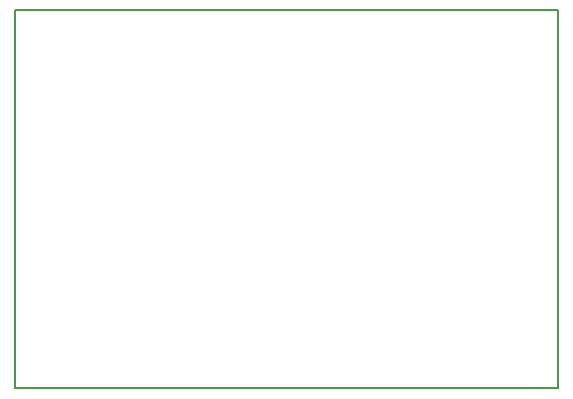
<source format=gko>
G04*
G04 #@! TF.GenerationSoftware,Altium Limited,Altium Designer,20.1.11 (218)*
G04*
G04 Layer_Color=16711935*
%FSTAX24Y24*%
%MOIN*%
G70*
G04*
G04 #@! TF.SameCoordinates,E2051E8E-EE30-42B2-978D-12B425F2BF15*
G04*
G04*
G04 #@! TF.FilePolarity,Positive*
G04*
G01*
G75*
%ADD12C,0.0080*%
D12*
X049213Y023622D02*
X067333D01*
X049213Y03622D02*
X067333D01*
X049213Y023622D02*
Y03622D01*
X067333Y023622D02*
Y03622D01*
M02*

</source>
